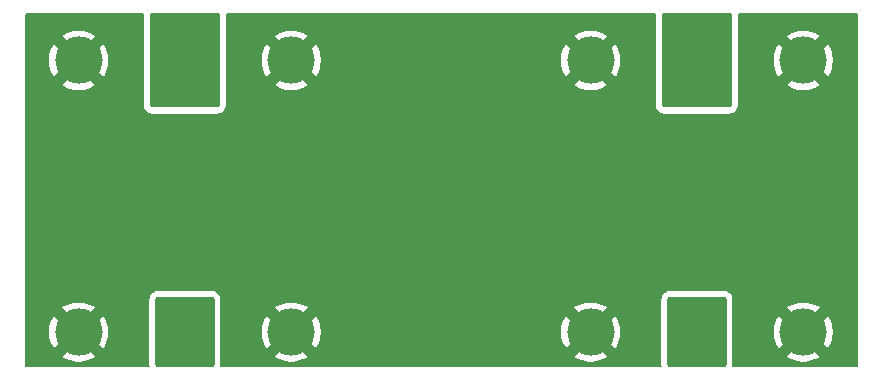
<source format=gbr>
%TF.GenerationSoftware,KiCad,Pcbnew,9.0.3*%
%TF.CreationDate,2025-08-16T18:31:38+02:00*%
%TF.ProjectId,Richtkoppler,52696368-746b-46f7-9070-6c65722e6b69,1.0*%
%TF.SameCoordinates,Original*%
%TF.FileFunction,Copper,L2,Bot*%
%TF.FilePolarity,Positive*%
%FSLAX46Y46*%
G04 Gerber Fmt 4.6, Leading zero omitted, Abs format (unit mm)*
G04 Created by KiCad (PCBNEW 9.0.3) date 2025-08-16 18:31:38*
%MOMM*%
%LPD*%
G01*
G04 APERTURE LIST*
G04 Aperture macros list*
%AMRoundRect*
0 Rectangle with rounded corners*
0 $1 Rounding radius*
0 $2 $3 $4 $5 $6 $7 $8 $9 X,Y pos of 4 corners*
0 Add a 4 corners polygon primitive as box body*
4,1,4,$2,$3,$4,$5,$6,$7,$8,$9,$2,$3,0*
0 Add four circle primitives for the rounded corners*
1,1,$1+$1,$2,$3*
1,1,$1+$1,$4,$5*
1,1,$1+$1,$6,$7*
1,1,$1+$1,$8,$9*
0 Add four rect primitives between the rounded corners*
20,1,$1+$1,$2,$3,$4,$5,0*
20,1,$1+$1,$4,$5,$6,$7,0*
20,1,$1+$1,$6,$7,$8,$9,0*
20,1,$1+$1,$8,$9,$2,$3,0*%
G04 Aperture macros list end*
%TA.AperFunction,ComponentPad*%
%ADD10RoundRect,0.300000X2.700000X-3.700000X2.700000X3.700000X-2.700000X3.700000X-2.700000X-3.700000X0*%
%TD*%
%TA.AperFunction,ComponentPad*%
%ADD11C,4.000000*%
%TD*%
%TA.AperFunction,ComponentPad*%
%ADD12RoundRect,0.250000X-2.250000X2.750000X-2.250000X-2.750000X2.250000X-2.750000X2.250000X2.750000X0*%
%TD*%
%TA.AperFunction,ViaPad*%
%ADD13C,0.750000*%
%TD*%
%TA.AperFunction,ViaPad*%
%ADD14C,7.000000*%
%TD*%
G04 APERTURE END LIST*
D10*
%TO.P,X1,1,C*%
%TO.N,/Ref*%
X114000000Y-83500000D03*
D11*
%TO.P,X1,2,G*%
%TO.N,GND*%
X105000000Y-83500000D03*
%TO.P,X1,3,G2*%
X123000000Y-83500000D03*
%TD*%
D12*
%TO.P,X4,1,C*%
%TO.N,/Out*%
X157350000Y-106500000D03*
D11*
%TO.P,X4,2,G*%
%TO.N,GND*%
X166350000Y-106500000D03*
%TO.P,X4,3,G2*%
X148350000Y-106500000D03*
%TD*%
D12*
%TO.P,X2,1,C*%
%TO.N,/In*%
X114000000Y-106500000D03*
D11*
%TO.P,X2,2,G*%
%TO.N,GND*%
X123000000Y-106500000D03*
%TO.P,X2,3,G2*%
X105000000Y-106500000D03*
%TD*%
D10*
%TO.P,X3,1,C*%
%TO.N,/A*%
X157350000Y-83500000D03*
D11*
%TO.P,X3,2,G*%
%TO.N,GND*%
X148350000Y-83500000D03*
%TO.P,X3,3,G2*%
X166350000Y-83500000D03*
%TD*%
D13*
%TO.N,GND*%
X129000000Y-95000000D03*
X104000000Y-80000000D03*
X162000000Y-106000000D03*
X108000000Y-84000000D03*
X104000000Y-98000000D03*
X146000000Y-104000000D03*
X150000000Y-86000000D03*
X144000000Y-88000000D03*
X126000000Y-106000000D03*
X162000000Y-80000000D03*
X126000000Y-104000000D03*
X135000000Y-91000000D03*
X170000000Y-90000000D03*
X164000000Y-80000000D03*
X110000000Y-102000000D03*
X168000000Y-104000000D03*
X142000000Y-90000000D03*
X152000000Y-95000000D03*
X162000000Y-82000000D03*
X152000000Y-106000000D03*
X170000000Y-84000000D03*
X108000000Y-98000000D03*
X153000000Y-106000000D03*
X162000000Y-96000000D03*
X159000000Y-100000000D03*
X119000000Y-100000000D03*
X151000000Y-100000000D03*
X170000000Y-96000000D03*
X152000000Y-80000000D03*
X162000000Y-90000000D03*
X142000000Y-108000000D03*
X102000000Y-88000000D03*
X168000000Y-86000000D03*
X118000000Y-84000000D03*
X168000000Y-98000000D03*
X142000000Y-86000000D03*
X110000000Y-86000000D03*
X146000000Y-100000000D03*
X130000000Y-100000000D03*
X110000000Y-88000000D03*
X155000000Y-96087150D03*
X168000000Y-102000000D03*
X132000000Y-86000000D03*
X162000000Y-84000000D03*
X142000000Y-82000000D03*
X140000000Y-108000000D03*
X110000000Y-82000000D03*
X112000000Y-100000000D03*
X108000000Y-92000000D03*
X108000000Y-82000000D03*
X104000000Y-90000000D03*
X114000000Y-92000000D03*
X110000000Y-106000000D03*
X106000000Y-90000000D03*
X142000000Y-100000000D03*
X164000000Y-94000000D03*
X142000000Y-102000000D03*
X170000000Y-94000000D03*
X154000000Y-89000000D03*
X110000000Y-92000000D03*
X132000000Y-84000000D03*
X162000000Y-88000000D03*
X170000000Y-106000000D03*
X134000000Y-108000000D03*
X126000000Y-80000000D03*
X126000000Y-86000000D03*
X108000000Y-96000000D03*
X128000000Y-88000000D03*
X153000000Y-104000000D03*
X116000000Y-96000000D03*
X130000000Y-82000000D03*
X130000000Y-90000000D03*
X170000000Y-108000000D03*
X102000000Y-104000000D03*
X124000000Y-102000000D03*
X130000000Y-102000000D03*
X166000000Y-92000000D03*
X102000000Y-108000000D03*
X110000000Y-94000000D03*
X128000000Y-104000000D03*
X170000000Y-102000000D03*
X136000000Y-94000000D03*
X148000000Y-102000000D03*
X106000000Y-98000000D03*
X108000000Y-88000000D03*
X123000000Y-95000000D03*
X134000000Y-82000000D03*
X106000000Y-88000000D03*
X150000000Y-102000000D03*
X156000000Y-97000000D03*
X136000000Y-86000000D03*
X102000000Y-80000000D03*
X142000000Y-80000000D03*
X162000000Y-98000000D03*
X104000000Y-102000000D03*
X140000000Y-102000000D03*
X132000000Y-102000000D03*
X128000000Y-90000000D03*
X110000000Y-90000000D03*
X113000000Y-91000000D03*
X137000000Y-93000000D03*
X150000000Y-108000000D03*
X121000000Y-95000000D03*
X140000000Y-82000000D03*
X134000000Y-94000000D03*
X117000000Y-95000000D03*
X110000000Y-80000000D03*
X168000000Y-92000000D03*
X157000000Y-98000000D03*
X147000000Y-95000000D03*
X152000000Y-88000000D03*
X158000000Y-96000000D03*
X158000000Y-99000000D03*
X132000000Y-100000000D03*
X138000000Y-90000000D03*
X114000000Y-96000000D03*
X102000000Y-106000000D03*
X151000000Y-95000000D03*
X104000000Y-88000000D03*
X120000000Y-104000000D03*
X152000000Y-104000000D03*
X124000000Y-90000000D03*
X120000000Y-88000000D03*
X140000000Y-86000000D03*
X102000000Y-100000000D03*
X160000000Y-101792531D03*
X102000000Y-102000000D03*
X118000000Y-108000000D03*
X146000000Y-86000000D03*
X160000000Y-98000000D03*
X132000000Y-106000000D03*
X168000000Y-90000000D03*
X144000000Y-84000000D03*
X141000000Y-95000000D03*
X126000000Y-102000000D03*
X120000000Y-106000000D03*
X162000000Y-102000000D03*
X104000000Y-92000000D03*
X108000000Y-86000000D03*
X102000000Y-92000000D03*
X166000000Y-98000000D03*
X146000000Y-102000000D03*
X126000000Y-95000000D03*
X122000000Y-100000000D03*
X137000000Y-95000000D03*
X134000000Y-100000000D03*
X108000000Y-90000000D03*
X164000000Y-104000000D03*
X130000000Y-80000000D03*
X153000000Y-102000000D03*
X110000000Y-108000000D03*
X170000000Y-92000000D03*
X115000000Y-97000000D03*
X117000000Y-89000000D03*
X136000000Y-106000000D03*
X152000000Y-90000000D03*
X140000000Y-100000000D03*
X120000000Y-90000000D03*
X106000000Y-100000000D03*
X108000000Y-80000000D03*
X150000000Y-95000000D03*
X162000000Y-94000000D03*
X154000000Y-95000000D03*
X132000000Y-88000000D03*
X128000000Y-106000000D03*
X138000000Y-108000000D03*
X142000000Y-106000000D03*
X132000000Y-82000000D03*
X130000000Y-104000000D03*
X122000000Y-95000000D03*
X134000000Y-80000000D03*
X170000000Y-80000000D03*
X108000000Y-102000000D03*
X140000000Y-84000000D03*
X130000000Y-108000000D03*
X132000000Y-108000000D03*
X138000000Y-92000000D03*
X128000000Y-100000000D03*
X152000000Y-84000000D03*
X162000000Y-108000000D03*
X164000000Y-92000000D03*
X155000000Y-95000000D03*
X126000000Y-90000000D03*
X128000000Y-84000000D03*
X152000000Y-86000000D03*
X146000000Y-88000000D03*
X142000000Y-84000000D03*
X137000000Y-89000000D03*
X118000000Y-104000000D03*
X138000000Y-94000000D03*
X118000000Y-80000000D03*
X159000000Y-91000000D03*
X162000000Y-100000000D03*
X166000000Y-88000000D03*
X153000000Y-95000000D03*
X148000000Y-100000000D03*
X134000000Y-84000000D03*
X113000000Y-99000000D03*
X102000000Y-98000000D03*
X110000000Y-104000000D03*
X108000000Y-106000000D03*
X134000000Y-92000000D03*
X110000000Y-100000000D03*
X137000000Y-91000000D03*
X128000000Y-95000000D03*
X164000000Y-88000000D03*
X150000000Y-88000000D03*
X170000000Y-86000000D03*
X152000000Y-82000000D03*
X166000000Y-80000000D03*
X140000000Y-104000000D03*
X130000000Y-95000000D03*
X136000000Y-108000000D03*
X144000000Y-80000000D03*
X144000000Y-102000000D03*
X146000000Y-80000000D03*
X128000000Y-82000000D03*
X122000000Y-88000000D03*
X130000000Y-106000000D03*
X150000000Y-104000000D03*
X122000000Y-102000000D03*
X120000000Y-108000000D03*
X120000000Y-86000000D03*
X149000000Y-95000000D03*
X108000000Y-104000000D03*
X128000000Y-86000000D03*
X148000000Y-80000000D03*
X130000000Y-88000000D03*
X144000000Y-106000000D03*
X134000000Y-88000000D03*
X152000000Y-108000000D03*
D14*
X167000000Y-95000000D03*
D13*
X106000000Y-102000000D03*
X108000000Y-100000000D03*
X114000000Y-94000000D03*
X108000000Y-94000000D03*
X127000000Y-95000000D03*
X138000000Y-88000000D03*
X118000000Y-90000000D03*
X144000000Y-90000000D03*
X144000000Y-86000000D03*
X164000000Y-96000000D03*
X108000000Y-108000000D03*
X118000000Y-82000000D03*
X162000000Y-86000000D03*
X162000000Y-92000000D03*
X170000000Y-98000000D03*
X158000000Y-92000000D03*
X102000000Y-84000000D03*
X152000000Y-101000000D03*
X170000000Y-82000000D03*
X126000000Y-82000000D03*
X102000000Y-86000000D03*
X118000000Y-86000000D03*
X124000000Y-100000000D03*
X124000000Y-88000000D03*
X112000000Y-90000000D03*
X130000000Y-86000000D03*
X156000000Y-94000000D03*
X122000000Y-80000000D03*
X136000000Y-92000000D03*
X120000000Y-95000000D03*
X110000000Y-96000000D03*
X168000000Y-100000000D03*
X170000000Y-104000000D03*
X146000000Y-108000000D03*
X164000000Y-108000000D03*
X144000000Y-82000000D03*
X119000000Y-95000000D03*
X126000000Y-100000000D03*
X160000000Y-90000000D03*
X135000000Y-95000000D03*
X112000000Y-98000000D03*
X164000000Y-100000000D03*
X118000000Y-101000000D03*
X126000000Y-88000000D03*
X164000000Y-90000000D03*
X134000000Y-90000000D03*
X144000000Y-108000000D03*
X135000000Y-89000000D03*
X110000000Y-84000000D03*
X136000000Y-80000000D03*
X144000000Y-104000000D03*
X134000000Y-104000000D03*
X150000000Y-100000000D03*
X132000000Y-104000000D03*
X106000000Y-92000000D03*
X120000000Y-82000000D03*
X146000000Y-95000000D03*
X136000000Y-90000000D03*
X102000000Y-94000000D03*
X166000000Y-102000000D03*
X160000000Y-92000000D03*
X160000000Y-96000000D03*
X158000000Y-94000000D03*
X166000000Y-90000000D03*
X117000000Y-102000000D03*
X153000000Y-108000000D03*
X118000000Y-95000000D03*
X170000000Y-100000000D03*
X125000000Y-95000000D03*
X114000000Y-98000000D03*
X120000000Y-100000000D03*
X164000000Y-102000000D03*
X135000000Y-93000000D03*
X136000000Y-84000000D03*
X140000000Y-80000000D03*
X128000000Y-80000000D03*
X128000000Y-102000000D03*
X134000000Y-102000000D03*
X120000000Y-102000000D03*
X168000000Y-88000000D03*
X122000000Y-90000000D03*
X112149368Y-102000000D03*
X118000000Y-88000000D03*
X110000000Y-98000000D03*
X148000000Y-95000000D03*
X102000000Y-96000000D03*
X143000000Y-95000000D03*
X120000000Y-80000000D03*
X168000000Y-80000000D03*
X142000000Y-95000000D03*
X148000000Y-90000000D03*
X116000000Y-94000000D03*
X138000000Y-82000000D03*
X102000000Y-82000000D03*
X138000000Y-102000000D03*
X136000000Y-104000000D03*
X106000000Y-80000000D03*
X134000000Y-106000000D03*
X138000000Y-104000000D03*
X104000000Y-100000000D03*
X112000000Y-94000000D03*
X138000000Y-84000000D03*
X138000000Y-100000000D03*
X124000000Y-80000000D03*
X150000000Y-90000000D03*
X138000000Y-80000000D03*
D14*
X105000000Y-95000000D03*
D13*
X136000000Y-100000000D03*
X160000000Y-94000000D03*
X140000000Y-106000000D03*
X146000000Y-90000000D03*
X126000000Y-84000000D03*
X118000000Y-106000000D03*
X112000000Y-96000000D03*
X138000000Y-106000000D03*
X162000000Y-104000000D03*
X150000000Y-80000000D03*
X136000000Y-88000000D03*
X115000000Y-93000000D03*
X112000000Y-92000000D03*
X134000000Y-86000000D03*
X128000000Y-108000000D03*
X144000000Y-100000000D03*
X140000000Y-88000000D03*
X142000000Y-88000000D03*
X136000000Y-102000000D03*
X144000000Y-95000000D03*
X124000000Y-95000000D03*
X132000000Y-80000000D03*
X157000000Y-93000000D03*
X164000000Y-98000000D03*
X145000000Y-95000000D03*
X164000000Y-86000000D03*
X136000000Y-82000000D03*
X126000000Y-108000000D03*
X102000000Y-90000000D03*
X138000000Y-86000000D03*
X166000000Y-100000000D03*
X148000000Y-88000000D03*
X130000000Y-84000000D03*
X170000000Y-88000000D03*
X142000000Y-104000000D03*
%TD*%
%TA.AperFunction,Conductor*%
%TO.N,GND*%
G36*
X110456463Y-79520185D02*
G01*
X110502218Y-79572989D01*
X110512644Y-79638383D01*
X110499500Y-79755039D01*
X110499500Y-87244960D01*
X110514630Y-87379249D01*
X110514631Y-87379254D01*
X110574211Y-87549523D01*
X110670184Y-87702262D01*
X110797738Y-87829816D01*
X110950478Y-87925789D01*
X111120745Y-87985368D01*
X111120750Y-87985369D01*
X111211246Y-87995565D01*
X111255040Y-88000499D01*
X111255043Y-88000500D01*
X111255046Y-88000500D01*
X116744957Y-88000500D01*
X116744958Y-88000499D01*
X116812104Y-87992934D01*
X116879249Y-87985369D01*
X116879252Y-87985368D01*
X116879255Y-87985368D01*
X117049522Y-87925789D01*
X117202262Y-87829816D01*
X117329816Y-87702262D01*
X117425789Y-87549522D01*
X117485368Y-87379255D01*
X117500500Y-87244954D01*
X117500500Y-85586084D01*
X121621020Y-85586084D01*
X121788799Y-85691507D01*
X122041782Y-85813337D01*
X122306819Y-85906077D01*
X122306821Y-85906078D01*
X122580575Y-85968560D01*
X122580587Y-85968562D01*
X122859598Y-85999999D01*
X122859600Y-86000000D01*
X123140400Y-86000000D01*
X123140401Y-85999999D01*
X123419412Y-85968562D01*
X123419424Y-85968560D01*
X123693178Y-85906078D01*
X123693180Y-85906077D01*
X123958217Y-85813337D01*
X124211203Y-85691506D01*
X124378977Y-85586085D01*
X124378977Y-85586084D01*
X146971020Y-85586084D01*
X147138799Y-85691507D01*
X147391782Y-85813337D01*
X147656819Y-85906077D01*
X147656821Y-85906078D01*
X147930575Y-85968560D01*
X147930587Y-85968562D01*
X148209598Y-85999999D01*
X148209600Y-86000000D01*
X148490400Y-86000000D01*
X148490401Y-85999999D01*
X148769412Y-85968562D01*
X148769424Y-85968560D01*
X149043178Y-85906078D01*
X149043180Y-85906077D01*
X149308217Y-85813337D01*
X149561203Y-85691506D01*
X149728977Y-85586085D01*
X149728977Y-85586084D01*
X148350001Y-84207106D01*
X148350000Y-84207106D01*
X146971021Y-85586084D01*
X146971020Y-85586084D01*
X124378977Y-85586084D01*
X123000001Y-84207106D01*
X123000000Y-84207106D01*
X121621021Y-85586084D01*
X121621020Y-85586084D01*
X117500500Y-85586084D01*
X117500500Y-83359598D01*
X120500000Y-83359598D01*
X120500000Y-83640401D01*
X120531437Y-83919412D01*
X120531439Y-83919424D01*
X120593921Y-84193178D01*
X120593922Y-84193180D01*
X120686662Y-84458217D01*
X120808492Y-84711200D01*
X120913914Y-84878977D01*
X122292893Y-83500000D01*
X122292893Y-83499999D01*
X122213903Y-83421009D01*
X122400000Y-83421009D01*
X122400000Y-83578991D01*
X122440889Y-83731591D01*
X122519881Y-83868408D01*
X122631592Y-83980119D01*
X122768409Y-84059111D01*
X122921009Y-84100000D01*
X123078991Y-84100000D01*
X123231591Y-84059111D01*
X123368408Y-83980119D01*
X123480119Y-83868408D01*
X123559111Y-83731591D01*
X123600000Y-83578991D01*
X123600000Y-83500000D01*
X123707106Y-83500000D01*
X125086084Y-84878977D01*
X125086085Y-84878977D01*
X125191506Y-84711203D01*
X125313337Y-84458217D01*
X125406077Y-84193180D01*
X125406078Y-84193178D01*
X125468560Y-83919424D01*
X125468562Y-83919412D01*
X125499999Y-83640401D01*
X125500000Y-83640399D01*
X125500000Y-83359600D01*
X125499999Y-83359598D01*
X145850000Y-83359598D01*
X145850000Y-83640401D01*
X145881437Y-83919412D01*
X145881439Y-83919424D01*
X145943921Y-84193178D01*
X145943922Y-84193180D01*
X146036662Y-84458217D01*
X146158492Y-84711200D01*
X146263914Y-84878977D01*
X147642893Y-83500000D01*
X147642893Y-83499999D01*
X147563903Y-83421009D01*
X147750000Y-83421009D01*
X147750000Y-83578991D01*
X147790889Y-83731591D01*
X147869881Y-83868408D01*
X147981592Y-83980119D01*
X148118409Y-84059111D01*
X148271009Y-84100000D01*
X148428991Y-84100000D01*
X148581591Y-84059111D01*
X148718408Y-83980119D01*
X148830119Y-83868408D01*
X148909111Y-83731591D01*
X148950000Y-83578991D01*
X148950000Y-83500000D01*
X149057106Y-83500000D01*
X150436084Y-84878977D01*
X150436085Y-84878977D01*
X150541506Y-84711203D01*
X150663337Y-84458217D01*
X150756077Y-84193180D01*
X150756078Y-84193178D01*
X150818560Y-83919424D01*
X150818562Y-83919412D01*
X150849999Y-83640401D01*
X150850000Y-83640399D01*
X150850000Y-83359600D01*
X150849999Y-83359598D01*
X150818562Y-83080587D01*
X150818560Y-83080575D01*
X150756078Y-82806821D01*
X150756077Y-82806819D01*
X150663337Y-82541782D01*
X150541507Y-82288799D01*
X150436084Y-82121021D01*
X149057106Y-83500000D01*
X148950000Y-83500000D01*
X148950000Y-83421009D01*
X148909111Y-83268409D01*
X148830119Y-83131592D01*
X148718408Y-83019881D01*
X148581591Y-82940889D01*
X148428991Y-82900000D01*
X148271009Y-82900000D01*
X148118409Y-82940889D01*
X147981592Y-83019881D01*
X147869881Y-83131592D01*
X147790889Y-83268409D01*
X147750000Y-83421009D01*
X147563903Y-83421009D01*
X146263914Y-82121020D01*
X146158492Y-82288799D01*
X146036662Y-82541782D01*
X145943922Y-82806819D01*
X145943921Y-82806821D01*
X145881439Y-83080575D01*
X145881437Y-83080587D01*
X145850000Y-83359598D01*
X125499999Y-83359598D01*
X125468562Y-83080587D01*
X125468560Y-83080575D01*
X125406078Y-82806821D01*
X125406077Y-82806819D01*
X125313337Y-82541782D01*
X125191507Y-82288799D01*
X125086084Y-82121021D01*
X123707106Y-83500000D01*
X123600000Y-83500000D01*
X123600000Y-83421009D01*
X123559111Y-83268409D01*
X123480119Y-83131592D01*
X123368408Y-83019881D01*
X123231591Y-82940889D01*
X123078991Y-82900000D01*
X122921009Y-82900000D01*
X122768409Y-82940889D01*
X122631592Y-83019881D01*
X122519881Y-83131592D01*
X122440889Y-83268409D01*
X122400000Y-83421009D01*
X122213903Y-83421009D01*
X120913914Y-82121020D01*
X120808492Y-82288799D01*
X120686662Y-82541782D01*
X120593922Y-82806819D01*
X120593921Y-82806821D01*
X120531439Y-83080575D01*
X120531437Y-83080587D01*
X120500000Y-83359598D01*
X117500500Y-83359598D01*
X117500500Y-81413914D01*
X121621021Y-81413914D01*
X123000000Y-82792893D01*
X123000001Y-82792893D01*
X124378977Y-81413914D01*
X124378978Y-81413914D01*
X146971021Y-81413914D01*
X148350000Y-82792893D01*
X148350001Y-82792893D01*
X149728977Y-81413914D01*
X149728978Y-81413914D01*
X149561200Y-81308492D01*
X149308217Y-81186662D01*
X149043180Y-81093922D01*
X149043178Y-81093921D01*
X148769424Y-81031439D01*
X148769412Y-81031437D01*
X148490401Y-81000000D01*
X148209598Y-81000000D01*
X147930587Y-81031437D01*
X147930575Y-81031439D01*
X147656821Y-81093921D01*
X147656819Y-81093922D01*
X147391782Y-81186662D01*
X147138799Y-81308492D01*
X146971021Y-81413914D01*
X124378978Y-81413914D01*
X124211200Y-81308492D01*
X123958217Y-81186662D01*
X123693180Y-81093922D01*
X123693178Y-81093921D01*
X123419424Y-81031439D01*
X123419412Y-81031437D01*
X123140401Y-81000000D01*
X122859598Y-81000000D01*
X122580587Y-81031437D01*
X122580575Y-81031439D01*
X122306821Y-81093921D01*
X122306819Y-81093922D01*
X122041782Y-81186662D01*
X121788799Y-81308492D01*
X121621021Y-81413914D01*
X117500500Y-81413914D01*
X117500500Y-79755046D01*
X117497405Y-79727578D01*
X117487356Y-79638383D01*
X117499411Y-79569561D01*
X117546760Y-79518182D01*
X117610576Y-79500500D01*
X153739424Y-79500500D01*
X153806463Y-79520185D01*
X153852218Y-79572989D01*
X153862644Y-79638383D01*
X153849500Y-79755039D01*
X153849500Y-87244960D01*
X153864630Y-87379249D01*
X153864631Y-87379254D01*
X153924211Y-87549523D01*
X154020184Y-87702262D01*
X154147738Y-87829816D01*
X154300478Y-87925789D01*
X154470745Y-87985368D01*
X154470750Y-87985369D01*
X154561246Y-87995565D01*
X154605040Y-88000499D01*
X154605043Y-88000500D01*
X154605046Y-88000500D01*
X160094957Y-88000500D01*
X160094958Y-88000499D01*
X160162104Y-87992934D01*
X160229249Y-87985369D01*
X160229252Y-87985368D01*
X160229255Y-87985368D01*
X160399522Y-87925789D01*
X160552262Y-87829816D01*
X160679816Y-87702262D01*
X160775789Y-87549522D01*
X160835368Y-87379255D01*
X160850500Y-87244954D01*
X160850500Y-85586084D01*
X164971020Y-85586084D01*
X165138799Y-85691507D01*
X165391782Y-85813337D01*
X165656819Y-85906077D01*
X165656821Y-85906078D01*
X165930575Y-85968560D01*
X165930587Y-85968562D01*
X166209598Y-85999999D01*
X166209600Y-86000000D01*
X166490400Y-86000000D01*
X166490401Y-85999999D01*
X166769412Y-85968562D01*
X166769424Y-85968560D01*
X167043178Y-85906078D01*
X167043180Y-85906077D01*
X167308217Y-85813337D01*
X167561203Y-85691506D01*
X167728977Y-85586085D01*
X167728977Y-85586084D01*
X166350001Y-84207106D01*
X166350000Y-84207106D01*
X164971021Y-85586084D01*
X164971020Y-85586084D01*
X160850500Y-85586084D01*
X160850500Y-83359598D01*
X163850000Y-83359598D01*
X163850000Y-83640401D01*
X163881437Y-83919412D01*
X163881439Y-83919424D01*
X163943921Y-84193178D01*
X163943922Y-84193180D01*
X164036662Y-84458217D01*
X164158492Y-84711200D01*
X164263914Y-84878977D01*
X165642893Y-83500000D01*
X165642893Y-83499999D01*
X165563903Y-83421009D01*
X165750000Y-83421009D01*
X165750000Y-83578991D01*
X165790889Y-83731591D01*
X165869881Y-83868408D01*
X165981592Y-83980119D01*
X166118409Y-84059111D01*
X166271009Y-84100000D01*
X166428991Y-84100000D01*
X166581591Y-84059111D01*
X166718408Y-83980119D01*
X166830119Y-83868408D01*
X166909111Y-83731591D01*
X166950000Y-83578991D01*
X166950000Y-83499999D01*
X167057106Y-83499999D01*
X168436084Y-84878977D01*
X168436085Y-84878977D01*
X168541506Y-84711203D01*
X168663337Y-84458217D01*
X168756077Y-84193180D01*
X168756078Y-84193178D01*
X168818560Y-83919424D01*
X168818562Y-83919412D01*
X168849999Y-83640401D01*
X168850000Y-83640399D01*
X168850000Y-83359600D01*
X168849999Y-83359598D01*
X168818562Y-83080587D01*
X168818560Y-83080575D01*
X168756078Y-82806821D01*
X168756077Y-82806819D01*
X168663337Y-82541782D01*
X168541507Y-82288799D01*
X168436084Y-82121021D01*
X167057106Y-83499999D01*
X166950000Y-83499999D01*
X166950000Y-83421009D01*
X166909111Y-83268409D01*
X166830119Y-83131592D01*
X166718408Y-83019881D01*
X166581591Y-82940889D01*
X166428991Y-82900000D01*
X166271009Y-82900000D01*
X166118409Y-82940889D01*
X165981592Y-83019881D01*
X165869881Y-83131592D01*
X165790889Y-83268409D01*
X165750000Y-83421009D01*
X165563903Y-83421009D01*
X164263914Y-82121020D01*
X164158492Y-82288799D01*
X164036662Y-82541782D01*
X163943922Y-82806819D01*
X163943921Y-82806821D01*
X163881439Y-83080575D01*
X163881437Y-83080587D01*
X163850000Y-83359598D01*
X160850500Y-83359598D01*
X160850500Y-81413914D01*
X164971021Y-81413914D01*
X166350000Y-82792893D01*
X166350001Y-82792893D01*
X167728977Y-81413914D01*
X167728978Y-81413914D01*
X167561200Y-81308492D01*
X167308217Y-81186662D01*
X167043180Y-81093922D01*
X167043178Y-81093921D01*
X166769424Y-81031439D01*
X166769412Y-81031437D01*
X166490401Y-81000000D01*
X166209598Y-81000000D01*
X165930587Y-81031437D01*
X165930575Y-81031439D01*
X165656821Y-81093921D01*
X165656819Y-81093922D01*
X165391782Y-81186662D01*
X165138799Y-81308492D01*
X164971021Y-81413914D01*
X160850500Y-81413914D01*
X160850500Y-79755046D01*
X160847405Y-79727578D01*
X160837356Y-79638383D01*
X160849411Y-79569561D01*
X160896760Y-79518182D01*
X160960576Y-79500500D01*
X170875500Y-79500500D01*
X170942539Y-79520185D01*
X170988294Y-79572989D01*
X170999500Y-79624500D01*
X170999500Y-109375500D01*
X170979815Y-109442539D01*
X170927011Y-109488294D01*
X170875500Y-109499500D01*
X160467433Y-109499500D01*
X160400394Y-109479815D01*
X160354639Y-109427011D01*
X160344075Y-109362897D01*
X160350499Y-109300016D01*
X160350500Y-109300003D01*
X160350500Y-108586084D01*
X164971020Y-108586084D01*
X165138799Y-108691507D01*
X165391782Y-108813337D01*
X165656819Y-108906077D01*
X165656821Y-108906078D01*
X165930575Y-108968560D01*
X165930587Y-108968562D01*
X166209598Y-108999999D01*
X166209600Y-109000000D01*
X166490400Y-109000000D01*
X166490401Y-108999999D01*
X166769412Y-108968562D01*
X166769424Y-108968560D01*
X167043178Y-108906078D01*
X167043180Y-108906077D01*
X167308217Y-108813337D01*
X167561203Y-108691506D01*
X167728977Y-108586085D01*
X167728977Y-108586084D01*
X166350001Y-107207106D01*
X166350000Y-107207106D01*
X164971021Y-108586084D01*
X164971020Y-108586084D01*
X160350500Y-108586084D01*
X160350500Y-108540629D01*
X160350500Y-107458217D01*
X160350500Y-106359598D01*
X163850000Y-106359598D01*
X163850000Y-106640401D01*
X163881437Y-106919412D01*
X163881439Y-106919424D01*
X163943921Y-107193178D01*
X163943922Y-107193180D01*
X164036662Y-107458217D01*
X164158492Y-107711200D01*
X164263914Y-107878977D01*
X165642893Y-106500000D01*
X165642893Y-106499999D01*
X165563903Y-106421009D01*
X165750000Y-106421009D01*
X165750000Y-106578991D01*
X165790889Y-106731591D01*
X165869881Y-106868408D01*
X165981592Y-106980119D01*
X166118409Y-107059111D01*
X166271009Y-107100000D01*
X166428991Y-107100000D01*
X166581591Y-107059111D01*
X166718408Y-106980119D01*
X166830119Y-106868408D01*
X166909111Y-106731591D01*
X166950000Y-106578991D01*
X166950000Y-106499999D01*
X167057106Y-106499999D01*
X168436084Y-107878977D01*
X168436085Y-107878977D01*
X168541506Y-107711203D01*
X168663337Y-107458217D01*
X168756077Y-107193180D01*
X168756078Y-107193178D01*
X168818560Y-106919424D01*
X168818562Y-106919412D01*
X168849999Y-106640401D01*
X168850000Y-106640399D01*
X168850000Y-106359600D01*
X168849999Y-106359598D01*
X168818562Y-106080587D01*
X168818560Y-106080575D01*
X168756078Y-105806821D01*
X168756077Y-105806819D01*
X168663337Y-105541782D01*
X168541507Y-105288799D01*
X168436084Y-105121021D01*
X167057106Y-106499999D01*
X166950000Y-106499999D01*
X166950000Y-106421009D01*
X166909111Y-106268409D01*
X166830119Y-106131592D01*
X166718408Y-106019881D01*
X166581591Y-105940889D01*
X166428991Y-105900000D01*
X166271009Y-105900000D01*
X166118409Y-105940889D01*
X165981592Y-106019881D01*
X165869881Y-106131592D01*
X165790889Y-106268409D01*
X165750000Y-106421009D01*
X165563903Y-106421009D01*
X164263914Y-105121020D01*
X164158492Y-105288799D01*
X164036662Y-105541782D01*
X163943922Y-105806819D01*
X163943921Y-105806821D01*
X163881439Y-106080575D01*
X163881437Y-106080587D01*
X163850000Y-106359598D01*
X160350500Y-106359598D01*
X160350499Y-104413914D01*
X164971021Y-104413914D01*
X166350000Y-105792893D01*
X166350001Y-105792893D01*
X167728977Y-104413914D01*
X167728978Y-104413914D01*
X167561200Y-104308492D01*
X167308217Y-104186662D01*
X167043180Y-104093922D01*
X167043178Y-104093921D01*
X166769424Y-104031439D01*
X166769412Y-104031437D01*
X166490401Y-104000000D01*
X166209598Y-104000000D01*
X165930587Y-104031437D01*
X165930575Y-104031439D01*
X165656821Y-104093921D01*
X165656819Y-104093922D01*
X165391782Y-104186662D01*
X165138799Y-104308492D01*
X164971021Y-104413914D01*
X160350499Y-104413914D01*
X160350499Y-103699992D01*
X160339999Y-103597203D01*
X160284814Y-103430666D01*
X160192712Y-103281344D01*
X160068656Y-103157288D01*
X159919334Y-103065186D01*
X159752797Y-103010001D01*
X159752795Y-103010000D01*
X159650010Y-102999500D01*
X155049998Y-102999500D01*
X155049981Y-102999501D01*
X154947203Y-103010000D01*
X154947200Y-103010001D01*
X154780668Y-103065185D01*
X154780663Y-103065187D01*
X154631342Y-103157289D01*
X154507289Y-103281342D01*
X154415187Y-103430663D01*
X154415186Y-103430666D01*
X154360001Y-103597203D01*
X154360001Y-103597204D01*
X154360000Y-103597204D01*
X154349500Y-103699983D01*
X154349500Y-109300001D01*
X154349501Y-109300019D01*
X154355925Y-109362899D01*
X154343155Y-109431592D01*
X154295274Y-109482476D01*
X154232567Y-109499500D01*
X117117433Y-109499500D01*
X117050394Y-109479815D01*
X117004639Y-109427011D01*
X116994075Y-109362897D01*
X117000499Y-109300016D01*
X117000500Y-109300003D01*
X117000500Y-108586084D01*
X121621020Y-108586084D01*
X121788799Y-108691507D01*
X122041782Y-108813337D01*
X122306819Y-108906077D01*
X122306821Y-108906078D01*
X122580575Y-108968560D01*
X122580587Y-108968562D01*
X122859598Y-108999999D01*
X122859600Y-109000000D01*
X123140400Y-109000000D01*
X123140401Y-108999999D01*
X123419412Y-108968562D01*
X123419424Y-108968560D01*
X123693178Y-108906078D01*
X123693180Y-108906077D01*
X123958217Y-108813337D01*
X124211203Y-108691506D01*
X124378977Y-108586085D01*
X124378977Y-108586084D01*
X146971020Y-108586084D01*
X147138799Y-108691507D01*
X147391782Y-108813337D01*
X147656819Y-108906077D01*
X147656821Y-108906078D01*
X147930575Y-108968560D01*
X147930587Y-108968562D01*
X148209598Y-108999999D01*
X148209600Y-109000000D01*
X148490400Y-109000000D01*
X148490401Y-108999999D01*
X148769412Y-108968562D01*
X148769424Y-108968560D01*
X149043178Y-108906078D01*
X149043180Y-108906077D01*
X149308217Y-108813337D01*
X149561203Y-108691506D01*
X149728977Y-108586085D01*
X149728977Y-108586084D01*
X148350001Y-107207106D01*
X148350000Y-107207106D01*
X146971021Y-108586084D01*
X146971020Y-108586084D01*
X124378977Y-108586084D01*
X123000001Y-107207106D01*
X123000000Y-107207106D01*
X121621021Y-108586084D01*
X121621020Y-108586084D01*
X117000500Y-108586084D01*
X117000500Y-108540629D01*
X117000500Y-107458217D01*
X117000500Y-106359598D01*
X120500000Y-106359598D01*
X120500000Y-106640401D01*
X120531437Y-106919412D01*
X120531439Y-106919424D01*
X120593921Y-107193178D01*
X120593922Y-107193180D01*
X120686662Y-107458217D01*
X120808492Y-107711200D01*
X120913914Y-107878977D01*
X122292893Y-106500000D01*
X122292893Y-106499999D01*
X122213903Y-106421009D01*
X122400000Y-106421009D01*
X122400000Y-106578991D01*
X122440889Y-106731591D01*
X122519881Y-106868408D01*
X122631592Y-106980119D01*
X122768409Y-107059111D01*
X122921009Y-107100000D01*
X123078991Y-107100000D01*
X123231591Y-107059111D01*
X123368408Y-106980119D01*
X123480119Y-106868408D01*
X123559111Y-106731591D01*
X123600000Y-106578991D01*
X123600000Y-106500000D01*
X123707106Y-106500000D01*
X125086084Y-107878977D01*
X125086085Y-107878977D01*
X125191506Y-107711203D01*
X125313337Y-107458217D01*
X125406077Y-107193180D01*
X125406078Y-107193178D01*
X125468560Y-106919424D01*
X125468562Y-106919412D01*
X125499999Y-106640401D01*
X125500000Y-106640399D01*
X125500000Y-106359600D01*
X125499999Y-106359598D01*
X145850000Y-106359598D01*
X145850000Y-106640401D01*
X145881437Y-106919412D01*
X145881439Y-106919424D01*
X145943921Y-107193178D01*
X145943922Y-107193180D01*
X146036662Y-107458217D01*
X146158492Y-107711200D01*
X146263914Y-107878977D01*
X147642893Y-106500000D01*
X147642893Y-106499999D01*
X147563903Y-106421009D01*
X147750000Y-106421009D01*
X147750000Y-106578991D01*
X147790889Y-106731591D01*
X147869881Y-106868408D01*
X147981592Y-106980119D01*
X148118409Y-107059111D01*
X148271009Y-107100000D01*
X148428991Y-107100000D01*
X148581591Y-107059111D01*
X148718408Y-106980119D01*
X148830119Y-106868408D01*
X148909111Y-106731591D01*
X148950000Y-106578991D01*
X148950000Y-106500000D01*
X149057106Y-106500000D01*
X150436084Y-107878977D01*
X150436085Y-107878977D01*
X150541506Y-107711203D01*
X150663337Y-107458217D01*
X150756077Y-107193180D01*
X150756078Y-107193178D01*
X150818560Y-106919424D01*
X150818562Y-106919412D01*
X150849999Y-106640401D01*
X150850000Y-106640399D01*
X150850000Y-106359600D01*
X150849999Y-106359598D01*
X150818562Y-106080587D01*
X150818560Y-106080575D01*
X150756078Y-105806821D01*
X150756077Y-105806819D01*
X150663337Y-105541782D01*
X150541507Y-105288799D01*
X150436084Y-105121021D01*
X149057106Y-106500000D01*
X148950000Y-106500000D01*
X148950000Y-106421009D01*
X148909111Y-106268409D01*
X148830119Y-106131592D01*
X148718408Y-106019881D01*
X148581591Y-105940889D01*
X148428991Y-105900000D01*
X148271009Y-105900000D01*
X148118409Y-105940889D01*
X147981592Y-106019881D01*
X147869881Y-106131592D01*
X147790889Y-106268409D01*
X147750000Y-106421009D01*
X147563903Y-106421009D01*
X146263914Y-105121020D01*
X146158492Y-105288799D01*
X146036662Y-105541782D01*
X145943922Y-105806819D01*
X145943921Y-105806821D01*
X145881439Y-106080575D01*
X145881437Y-106080587D01*
X145850000Y-106359598D01*
X125499999Y-106359598D01*
X125468562Y-106080587D01*
X125468560Y-106080575D01*
X125406078Y-105806821D01*
X125406077Y-105806819D01*
X125313337Y-105541782D01*
X125191507Y-105288799D01*
X125086084Y-105121021D01*
X123707106Y-106500000D01*
X123600000Y-106500000D01*
X123600000Y-106421009D01*
X123559111Y-106268409D01*
X123480119Y-106131592D01*
X123368408Y-106019881D01*
X123231591Y-105940889D01*
X123078991Y-105900000D01*
X122921009Y-105900000D01*
X122768409Y-105940889D01*
X122631592Y-106019881D01*
X122519881Y-106131592D01*
X122440889Y-106268409D01*
X122400000Y-106421009D01*
X122213903Y-106421009D01*
X120913914Y-105121020D01*
X120808492Y-105288799D01*
X120686662Y-105541782D01*
X120593922Y-105806819D01*
X120593921Y-105806821D01*
X120531439Y-106080575D01*
X120531437Y-106080587D01*
X120500000Y-106359598D01*
X117000500Y-106359598D01*
X117000499Y-104413914D01*
X121621021Y-104413914D01*
X123000000Y-105792893D01*
X123000001Y-105792893D01*
X124378977Y-104413914D01*
X124378978Y-104413914D01*
X146971021Y-104413914D01*
X148350000Y-105792893D01*
X148350001Y-105792893D01*
X149728977Y-104413914D01*
X149728978Y-104413914D01*
X149561200Y-104308492D01*
X149308217Y-104186662D01*
X149043180Y-104093922D01*
X149043178Y-104093921D01*
X148769424Y-104031439D01*
X148769412Y-104031437D01*
X148490401Y-104000000D01*
X148209598Y-104000000D01*
X147930587Y-104031437D01*
X147930575Y-104031439D01*
X147656821Y-104093921D01*
X147656819Y-104093922D01*
X147391782Y-104186662D01*
X147138799Y-104308492D01*
X146971021Y-104413914D01*
X124378978Y-104413914D01*
X124211200Y-104308492D01*
X123958217Y-104186662D01*
X123693180Y-104093922D01*
X123693178Y-104093921D01*
X123419424Y-104031439D01*
X123419412Y-104031437D01*
X123140401Y-104000000D01*
X122859598Y-104000000D01*
X122580587Y-104031437D01*
X122580575Y-104031439D01*
X122306821Y-104093921D01*
X122306819Y-104093922D01*
X122041782Y-104186662D01*
X121788799Y-104308492D01*
X121621021Y-104413914D01*
X117000499Y-104413914D01*
X117000499Y-103699992D01*
X116989999Y-103597203D01*
X116934814Y-103430666D01*
X116842712Y-103281344D01*
X116718656Y-103157288D01*
X116569334Y-103065186D01*
X116402797Y-103010001D01*
X116402795Y-103010000D01*
X116300010Y-102999500D01*
X111699998Y-102999500D01*
X111699981Y-102999501D01*
X111597203Y-103010000D01*
X111597200Y-103010001D01*
X111430668Y-103065185D01*
X111430663Y-103065187D01*
X111281342Y-103157289D01*
X111157289Y-103281342D01*
X111065187Y-103430663D01*
X111065186Y-103430666D01*
X111010001Y-103597203D01*
X111010001Y-103597204D01*
X111010000Y-103597204D01*
X110999500Y-103699983D01*
X110999500Y-109300001D01*
X110999501Y-109300019D01*
X111005925Y-109362899D01*
X110993155Y-109431592D01*
X110945274Y-109482476D01*
X110882567Y-109499500D01*
X100624500Y-109499500D01*
X100557461Y-109479815D01*
X100511706Y-109427011D01*
X100500500Y-109375500D01*
X100500500Y-108586084D01*
X103621020Y-108586084D01*
X103788799Y-108691507D01*
X104041782Y-108813337D01*
X104306819Y-108906077D01*
X104306821Y-108906078D01*
X104580575Y-108968560D01*
X104580587Y-108968562D01*
X104859598Y-108999999D01*
X104859600Y-109000000D01*
X105140400Y-109000000D01*
X105140401Y-108999999D01*
X105419412Y-108968562D01*
X105419424Y-108968560D01*
X105693178Y-108906078D01*
X105693180Y-108906077D01*
X105958217Y-108813337D01*
X106211203Y-108691506D01*
X106378977Y-108586085D01*
X106378977Y-108586084D01*
X105000001Y-107207106D01*
X105000000Y-107207106D01*
X103621021Y-108586084D01*
X103621020Y-108586084D01*
X100500500Y-108586084D01*
X100500500Y-106359598D01*
X102500000Y-106359598D01*
X102500000Y-106640401D01*
X102531437Y-106919412D01*
X102531439Y-106919424D01*
X102593921Y-107193178D01*
X102593922Y-107193180D01*
X102686662Y-107458217D01*
X102808492Y-107711200D01*
X102913914Y-107878977D01*
X104292893Y-106500000D01*
X104213902Y-106421009D01*
X104400000Y-106421009D01*
X104400000Y-106578991D01*
X104440889Y-106731591D01*
X104519881Y-106868408D01*
X104631592Y-106980119D01*
X104768409Y-107059111D01*
X104921009Y-107100000D01*
X105078991Y-107100000D01*
X105231591Y-107059111D01*
X105368408Y-106980119D01*
X105480119Y-106868408D01*
X105559111Y-106731591D01*
X105600000Y-106578991D01*
X105600000Y-106500000D01*
X105707106Y-106500000D01*
X107086084Y-107878977D01*
X107086085Y-107878977D01*
X107191506Y-107711203D01*
X107313337Y-107458217D01*
X107406077Y-107193180D01*
X107406078Y-107193178D01*
X107468560Y-106919424D01*
X107468562Y-106919412D01*
X107499999Y-106640401D01*
X107500000Y-106640399D01*
X107500000Y-106359600D01*
X107499999Y-106359598D01*
X107468562Y-106080587D01*
X107468560Y-106080575D01*
X107406078Y-105806821D01*
X107406077Y-105806819D01*
X107313337Y-105541782D01*
X107191507Y-105288799D01*
X107086084Y-105121021D01*
X105707106Y-106500000D01*
X105600000Y-106500000D01*
X105600000Y-106421009D01*
X105559111Y-106268409D01*
X105480119Y-106131592D01*
X105368408Y-106019881D01*
X105231591Y-105940889D01*
X105078991Y-105900000D01*
X104921009Y-105900000D01*
X104768409Y-105940889D01*
X104631592Y-106019881D01*
X104519881Y-106131592D01*
X104440889Y-106268409D01*
X104400000Y-106421009D01*
X104213902Y-106421009D01*
X102913914Y-105121021D01*
X102808492Y-105288799D01*
X102686662Y-105541782D01*
X102593922Y-105806819D01*
X102593921Y-105806821D01*
X102531439Y-106080575D01*
X102531437Y-106080587D01*
X102500000Y-106359598D01*
X100500500Y-106359598D01*
X100500500Y-104413914D01*
X103621021Y-104413914D01*
X105000000Y-105792893D01*
X105000001Y-105792893D01*
X106378977Y-104413914D01*
X106378978Y-104413914D01*
X106211200Y-104308492D01*
X105958217Y-104186662D01*
X105693180Y-104093922D01*
X105693178Y-104093921D01*
X105419424Y-104031439D01*
X105419412Y-104031437D01*
X105140401Y-104000000D01*
X104859598Y-104000000D01*
X104580587Y-104031437D01*
X104580575Y-104031439D01*
X104306821Y-104093921D01*
X104306819Y-104093922D01*
X104041782Y-104186662D01*
X103788799Y-104308492D01*
X103621021Y-104413914D01*
X100500500Y-104413914D01*
X100500500Y-85586084D01*
X103621020Y-85586084D01*
X103788799Y-85691507D01*
X104041782Y-85813337D01*
X104306819Y-85906077D01*
X104306821Y-85906078D01*
X104580575Y-85968560D01*
X104580587Y-85968562D01*
X104859598Y-85999999D01*
X104859600Y-86000000D01*
X105140400Y-86000000D01*
X105140401Y-85999999D01*
X105419412Y-85968562D01*
X105419424Y-85968560D01*
X105693178Y-85906078D01*
X105693180Y-85906077D01*
X105958217Y-85813337D01*
X106211203Y-85691506D01*
X106378977Y-85586085D01*
X106378977Y-85586084D01*
X105000001Y-84207106D01*
X105000000Y-84207106D01*
X103621021Y-85586084D01*
X103621020Y-85586084D01*
X100500500Y-85586084D01*
X100500500Y-83359598D01*
X102500000Y-83359598D01*
X102500000Y-83640401D01*
X102531437Y-83919412D01*
X102531439Y-83919424D01*
X102593921Y-84193178D01*
X102593922Y-84193180D01*
X102686662Y-84458217D01*
X102808492Y-84711200D01*
X102913914Y-84878977D01*
X104292893Y-83500000D01*
X104213902Y-83421009D01*
X104400000Y-83421009D01*
X104400000Y-83578991D01*
X104440889Y-83731591D01*
X104519881Y-83868408D01*
X104631592Y-83980119D01*
X104768409Y-84059111D01*
X104921009Y-84100000D01*
X105078991Y-84100000D01*
X105231591Y-84059111D01*
X105368408Y-83980119D01*
X105480119Y-83868408D01*
X105559111Y-83731591D01*
X105600000Y-83578991D01*
X105600000Y-83500000D01*
X105707106Y-83500000D01*
X107086084Y-84878977D01*
X107086085Y-84878977D01*
X107191506Y-84711203D01*
X107313337Y-84458217D01*
X107406077Y-84193180D01*
X107406078Y-84193178D01*
X107468560Y-83919424D01*
X107468562Y-83919412D01*
X107499999Y-83640401D01*
X107500000Y-83640399D01*
X107500000Y-83359600D01*
X107499999Y-83359598D01*
X107468562Y-83080587D01*
X107468560Y-83080575D01*
X107406078Y-82806821D01*
X107406077Y-82806819D01*
X107313337Y-82541782D01*
X107191507Y-82288799D01*
X107086084Y-82121021D01*
X105707106Y-83500000D01*
X105600000Y-83500000D01*
X105600000Y-83421009D01*
X105559111Y-83268409D01*
X105480119Y-83131592D01*
X105368408Y-83019881D01*
X105231591Y-82940889D01*
X105078991Y-82900000D01*
X104921009Y-82900000D01*
X104768409Y-82940889D01*
X104631592Y-83019881D01*
X104519881Y-83131592D01*
X104440889Y-83268409D01*
X104400000Y-83421009D01*
X104213902Y-83421009D01*
X102913914Y-82121021D01*
X102808492Y-82288799D01*
X102686662Y-82541782D01*
X102593922Y-82806819D01*
X102593921Y-82806821D01*
X102531439Y-83080575D01*
X102531437Y-83080587D01*
X102500000Y-83359598D01*
X100500500Y-83359598D01*
X100500500Y-81413914D01*
X103621021Y-81413914D01*
X105000000Y-82792893D01*
X105000001Y-82792893D01*
X106378977Y-81413914D01*
X106378978Y-81413914D01*
X106211200Y-81308492D01*
X105958217Y-81186662D01*
X105693180Y-81093922D01*
X105693178Y-81093921D01*
X105419424Y-81031439D01*
X105419412Y-81031437D01*
X105140401Y-81000000D01*
X104859598Y-81000000D01*
X104580587Y-81031437D01*
X104580575Y-81031439D01*
X104306821Y-81093921D01*
X104306819Y-81093922D01*
X104041782Y-81186662D01*
X103788799Y-81308492D01*
X103621021Y-81413914D01*
X100500500Y-81413914D01*
X100500500Y-79624500D01*
X100520185Y-79557461D01*
X100572989Y-79511706D01*
X100624500Y-79500500D01*
X110389424Y-79500500D01*
X110456463Y-79520185D01*
G37*
%TD.AperFunction*%
%TD*%
M02*

</source>
